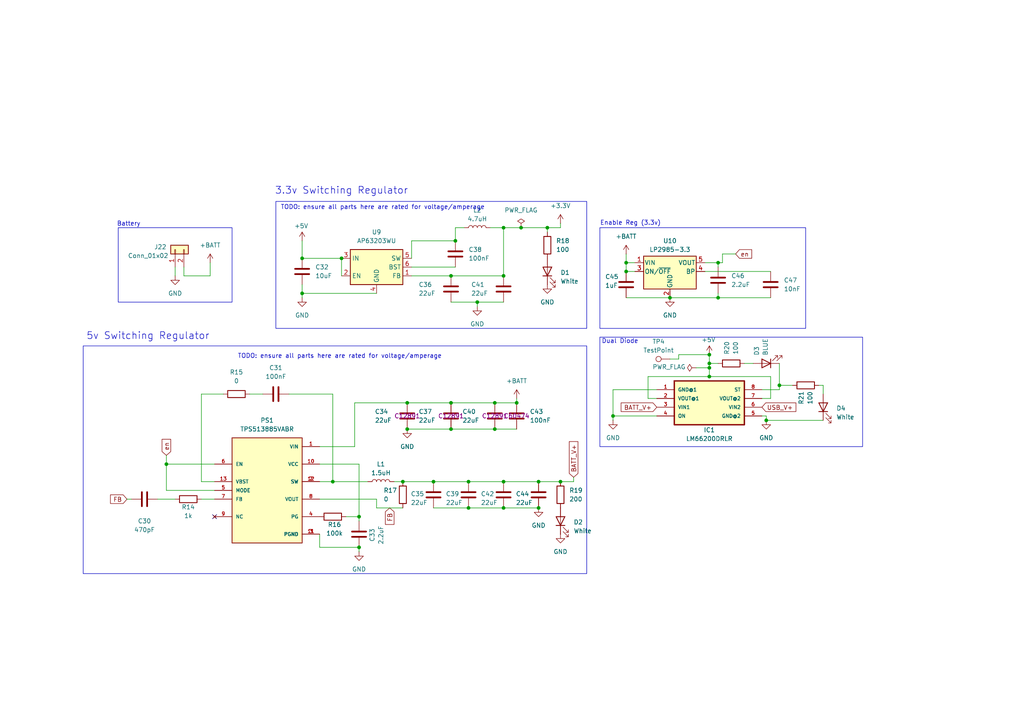
<source format=kicad_sch>
(kicad_sch (version 20250114) (generator "eeschema") (generator_version "9.0")
  (paper "A4")
  (lib_symbols
    (symbol "Connector:TestPoint" (pin_numbers (hide yes)) (pin_names (offset 0.762) (hide yes))
      (property "Reference" "TP" (at 0 6.858 0))
      (property "Value" "TestPoint" (at 0 5.08 0))
      (symbol "TestPoint_0_1"
        (circle (center 0 3.302) (radius 0.762))
      )
      (symbol "TestPoint_1_1"
        (pin passive line (at 0 0 90) (length 2.54) (name "1") (number "1"))
      )
    )
    (symbol "Connector_Generic:Conn_01x02" (pin_names (offset 1.016) (hide yes))
      (property "Reference" "J" (at 0 2.54 0))
      (property "Value" "Conn_01x02" (at 0 -5.08 0))
      (symbol "Conn_01x02_1_1"
        (rectangle (start -1.27 1.27) (end 1.27 -3.81) (stroke (width 0.254)) (fill (type background)))
        (rectangle (start -1.27 0.127) (end 0 -0.127) (stroke (width 0.1524)))
        (rectangle (start -1.27 -2.413) (end 0 -2.667) (stroke (width 0.1524)))
        (pin passive line (at -5.08 0 0) (length 3.81) (name "Pin_1") (number "1"))
        (pin passive line (at -5.08 -2.54 0) (length 3.81) (name "Pin_2") (number "2"))
      )
    )
    (symbol "Device:C" (pin_numbers (hide yes)) (pin_names (offset 0.254))
      (property "Reference" "C" (at 0.635 2.54 0))
      (property "Value" "C" (at 0.635 -2.54 0))
      (symbol "C_0_1"
        (polyline (pts (xy -2.032 0.762) (xy 2.032 0.762)) (stroke (width 0.508)))
        (polyline (pts (xy -2.032 -0.762) (xy 2.032 -0.762)) (stroke (width 0.508)))
      )
      (symbol "C_1_1"
        (pin passive line (at 0 3.81 270) (length 2.794) (name "~") (number "1"))
        (pin passive line (at 0 -3.81 90) (length 2.794) (name "~") (number "2"))
      )
    )
    (symbol "Device:L" (pin_numbers (hide yes)) (pin_names (offset 1.016) (hide yes))
      (property "Reference" "L" (at -1.27 0 90))
      (property "Value" "L" (at 1.905 0 90))
      (symbol "L_0_1"
        (arc (start 0 2.54) (mid 0.6323 1.905) (end 0 1.27))
        (arc (start 0 1.27) (mid 0.6323 0.635) (end 0 0))
        (arc (start 0 0) (mid 0.6323 -0.635) (end 0 -1.27))
        (arc (start 0 -1.27) (mid 0.6323 -1.905) (end 0 -2.54))
      )
      (symbol "L_1_1"
        (pin passive line (at 0 3.81 270) (length 1.27) (name "1") (number "1"))
        (pin passive line (at 0 -3.81 90) (length 1.27) (name "2") (number "2"))
      )
    )
    (symbol "Device:LED" (pin_numbers (hide yes)) (pin_names (offset 1.016) (hide yes))
      (property "Reference" "D" (at 0 2.54 0))
      (property "Value" "LED" (at 0 -2.54 0))
      (symbol "LED_0_1"
        (polyline (pts (xy -3.048 -0.762) (xy -4.572 -2.286) (xy -3.81 -2.286) (xy -4.572 -2.286) (xy -4.572 -1.524)))
        (polyline (pts (xy -1.778 -0.762) (xy -3.302 -2.286) (xy -2.54 -2.286) (xy -3.302 -2.286) (xy -3.302 -1.524)))
        (polyline (pts (xy -1.27 0) (xy 1.27 0)))
        (polyline (pts (xy -1.27 -1.27) (xy -1.27 1.27)) (stroke (width 0.254)))
        (polyline (pts (xy 1.27 -1.27) (xy 1.27 1.27) (xy -1.27 0) (xy 1.27 -1.27)) (stroke (width 0.254)))
      )
      (symbol "LED_1_1"
        (pin passive line (at -3.81 0 0) (length 2.54) (name "K") (number "1"))
        (pin passive line (at 3.81 0 180) (length 2.54) (name "A") (number "2"))
      )
    )
    (symbol "Device:R" (pin_numbers (hide yes)) (pin_names (offset 0))
      (property "Reference" "R" (at 2.032 0 90))
      (property "Value" "R" (at 0 0 90))
      (symbol "R_0_1"
        (rectangle (start -1.016 -2.54) (end 1.016 2.54) (stroke (width 0.254)))
      )
      (symbol "R_1_1"
        (pin passive line (at 0 3.81 270) (length 1.27) (name "~") (number "1"))
        (pin passive line (at 0 -3.81 90) (length 1.27) (name "~") (number "2"))
      )
    )
    (symbol "LM66200DRLR:LM66200DRLR" (pin_names (offset 1.016))
      (property "Reference" "IC" (at -10.16 8.255 0))
      (property "Value" "LM66200DRLR" (at -10.16 -7.62 0))
      (symbol "LM66200DRLR_0_0"
        (rectangle (start -10.16 -5.08) (end 10.16 7.62) (stroke (width 0.4064)) (fill (type background)))
        (pin passive line (at -15.24 5.08 0) (length 5.08) (name "GND@1") (number "1"))
        (pin passive line (at -15.24 2.54 0) (length 5.08) (name "VOUT@1") (number "2"))
        (pin passive line (at -15.24 0 0) (length 5.08) (name "VIN1") (number "3"))
        (pin passive line (at -15.24 -2.54 0) (length 5.08) (name "ON") (number "4"))
        (pin passive line (at 15.24 5.08 180) (length 5.08) (name "ST") (number "8"))
        (pin passive line (at 15.24 2.54 180) (length 5.08) (name "VOUT@2") (number "7"))
        (pin passive line (at 15.24 0 180) (length 5.08) (name "VIN2") (number "6"))
        (pin passive line (at 15.24 -2.54 180) (length 5.08) (name "GND@2") (number "5"))
      )
    )
    (symbol "Regulator_Linear:LP2985-3.3" (pin_names (offset 0.254))
      (property "Reference" "U" (at -6.35 5.715 0))
      (property "Value" "LP2985-3.3" (at 0 5.715 0))
      (symbol "LP2985-3.3_0_1"
        (rectangle (start -7.62 -5.08) (end 7.62 4.445) (stroke (width 0.254)) (fill (type background)))
      )
      (symbol "LP2985-3.3_1_1"
        (pin power_in line (at -10.16 2.54 0) (length 2.54) (name "VIN") (number "1"))
        (pin input line (at -10.16 0 0) (length 2.54) (name "ON/~{OFF}") (number "3"))
        (pin power_in line (at 0 -7.62 90) (length 2.54) (name "GND") (number "2"))
        (pin power_out line (at 10.16 2.54 180) (length 2.54) (name "VOUT") (number "5"))
        (pin input line (at 10.16 0 180) (length 2.54) (name "BP") (number "4"))
      )
    )
    (symbol "Regulator_Switching:AP63203WU"
      (property "Reference" "U" (at -7.62 6.35 0))
      (property "Value" "AP63203WU" (at 2.54 6.35 0))
      (symbol "AP63203WU_0_1"
        (rectangle (start -7.62 5.08) (end 7.62 -5.08) (stroke (width 0.254)) (fill (type background)))
      )
      (symbol "AP63203WU_1_1"
        (pin power_in line (at -10.16 2.54 0) (length 2.54) (name "IN") (number "3"))
        (pin input line (at -10.16 -2.54 0) (length 2.54) (name "EN") (number "2"))
        (pin power_in line (at 0 -7.62 90) (length 2.54) (name "GND") (number "4"))
        (pin output line (at 10.16 2.54 180) (length 2.54) (name "SW") (number "5"))
        (pin passive line (at 10.16 0 180) (length 2.54) (name "BST") (number "6"))
        (pin input line (at 10.16 -2.54 180) (length 2.54) (name "FB") (number "1"))
      )
    )
    (symbol "TPS513885VABR:TPS513885VABR" (pin_names (offset 1.016))
      (property "Reference" "PS" (at -10.16 16.002 0))
      (property "Value" "TPS513885VABR" (at -10.16 -17.78 0))
      (symbol "TPS513885VABR_0_0"
        (rectangle (start -10.16 -15.24) (end 10.16 15.24) (stroke (width 0.254)) (fill (type background)))
        (pin input line (at -15.24 7.62 0) (length 5.08) (name "EN") (number "6"))
        (pin input line (at -15.24 2.54 0) (length 5.08) (name "VBST") (number "13"))
        (pin input line (at -15.24 0 0) (length 5.08) (name "MODE") (number "5"))
        (pin input line (at -15.24 -2.54 0) (length 5.08) (name "FB") (number "7"))
        (pin no_connect line (at -15.24 -7.62 0) (length 5.08) (name "NC") (number "9"))
        (pin power_in line (at 15.24 12.7 180) (length 5.08) (name "VIN") (number "1"))
        (pin output line (at 15.24 7.62 180) (length 5.08) (name "VCC") (number "10"))
        (pin output line (at 15.24 2.54 180) (length 5.08) (name "SW") (number "12"))
        (pin output line (at 15.24 2.54 180) (length 5.08) (name "SW") (number "2"))
        (pin output line (at 15.24 -2.54 180) (length 5.08) (name "VOUT") (number "8"))
        (pin output line (at 15.24 -7.62 180) (length 5.08) (name "PG") (number "4"))
        (pin power_in line (at 15.24 -12.7 180) (length 5.08) (name "PGND") (number "11"))
        (pin power_in line (at 15.24 -12.7 180) (length 5.08) (name "PGND") (number "3"))
      )
    )
    (symbol "power:+3.3V" (power) (pin_numbers (hide yes)) (pin_names (offset 0) (hide yes))
      (property "Value" "+3.3V" (at 0 3.556 0))
      (symbol "+3.3V_0_1"
        (polyline (pts (xy -0.762 1.27) (xy 0 2.54)))
        (polyline (pts (xy 0 2.54) (xy 0.762 1.27)))
        (polyline (pts (xy 0 0) (xy 0 2.54)))
      )
      (symbol "+3.3V_1_1"
        (pin power_in line (at 0 0 90) (length 0) (name "~") (number "1"))
      )
    )
    (symbol "power:+5V" (power) (pin_numbers (hide yes)) (pin_names (offset 0) (hide yes))
      (property "Value" "+5V" (at 0 3.556 0))
      (symbol "+5V_0_1"
        (polyline (pts (xy -0.762 1.27) (xy 0 2.54)))
        (polyline (pts (xy 0 2.54) (xy 0.762 1.27)))
        (polyline (pts (xy 0 0) (xy 0 2.54)))
      )
      (symbol "+5V_1_1"
        (pin power_in line (at 0 0 90) (length 0) (name "~") (number "1"))
      )
    )
    (symbol "power:+BATT" (power) (pin_numbers (hide yes)) (pin_names (offset 0) (hide yes))
      (property "Value" "+BATT" (at 0 3.556 0))
      (symbol "+BATT_0_1"
        (polyline (pts (xy -0.762 1.27) (xy 0 2.54)))
        (polyline (pts (xy 0 2.54) (xy 0.762 1.27)))
        (polyline (pts (xy 0 0) (xy 0 2.54)))
      )
      (symbol "+BATT_1_1"
        (pin power_in line (at 0 0 90) (length 0) (name "~") (number "1"))
      )
    )
    (symbol "power:GND" (power) (pin_numbers (hide yes)) (pin_names (offset 0) (hide yes))
      (property "Value" "GND" (at 0 -3.81 0))
      (symbol "GND_0_1"
        (polyline (pts (xy 0 0) (xy 0 -1.27) (xy 1.27 -1.27) (xy 0 -2.54) (xy -1.27 -1.27) (xy 0 -1.27)))
      )
      (symbol "GND_1_1"
        (pin power_in line (at 0 0 270) (length 0) (name "~") (number "1"))
      )
    )
    (symbol "power:PWR_FLAG" (power) (pin_numbers (hide yes)) (pin_names (offset 0) (hide yes))
      (property "Value" "PWR_FLAG" (at 0 3.81 0))
      (symbol "PWR_FLAG_0_0"
        (pin power_out line (at 0 0 90) (length 0) (name "~") (number "1"))
      )
      (symbol "PWR_FLAG_0_1"
        (polyline (pts (xy 0 0) (xy 0 1.27) (xy -1.016 1.905) (xy 0 2.54) (xy 1.016 1.905) (xy 0 1.27)))
      )
    )
  )
  (rectangle (start 34.29 66.04) (end 67.31 87.63))
  (rectangle (start 173.99 66.04) (end 233.68 95.25))
  (rectangle (start 173.99 97.79) (end 250.19 129.54))
  (rectangle (start 24.13 100.33) (end 170.18 166.37))
  (rectangle (start 80.01 58.42) (end 170.18 95.25))
  (text "Battery" (at 37.338 65.024 0) (effects (font (size 1.27 1.27))))
  (text "TODO: ensure all parts here are rated for voltage/amperage" (at 110.998 60.198 0) (effects (font (size 1.27 1.27))))
  (text "Dual Diode" (at 179.832 99.06 0) (effects (font (size 1.27 1.27))))
  (text "TODO: ensure all parts here are rated for voltage/amperage" (at 98.552 103.378 0) (effects (font (size 1.27 1.27))))
  (text "3.3v Switching Regulator\n" (at 99.06 55.372 0) (effects (font (size 2.032 2.032))))
  (text "5v Switching Regulator" (at 42.926 97.536 0) (effects (font (size 2.032 2.032))))
  (text "Enable Reg (3.3v)" (at 182.88 64.77 0) (effects (font (size 1.27 1.27))))
  (junction (at 118.11 116.84))
  (junction (at 146.05 139.7))
  (junction (at 156.21 139.7))
  (junction (at 48.26 134.62))
  (junction (at 146.05 80.01))
  (junction (at 104.14 158.75))
  (junction (at 208.28 86.36))
  (junction (at 118.11 124.46))
  (junction (at 146.05 147.32))
  (junction (at 146.05 66.04))
  (junction (at 205.74 105.41))
  (junction (at 151.13 66.04))
  (junction (at 96.52 139.7))
  (junction (at 156.21 147.32))
  (junction (at 143.51 124.46))
  (junction (at 99.06 74.93))
  (junction (at 222.25 121.92))
  (junction (at 135.89 147.32))
  (junction (at 87.63 74.93))
  (junction (at 181.61 78.74))
  (junction (at 158.75 66.04))
  (junction (at 135.89 139.7))
  (junction (at 181.61 76.2))
  (junction (at 130.81 116.84))
  (junction (at 194.31 86.36))
  (junction (at 177.8 120.65))
  (junction (at 226.06 111.76))
  (junction (at 87.63 85.09))
  (junction (at 116.84 139.7))
  (junction (at 132.08 69.85))
  (junction (at 138.43 87.63))
  (junction (at 125.73 139.7))
  (junction (at 130.81 80.01))
  (junction (at 104.14 149.86))
  (junction (at 205.74 109.22))
  (junction (at 205.74 102.87))
  (junction (at 162.56 139.7))
  (junction (at 143.51 116.84))
  (junction (at 208.28 76.2))
  (junction (at 205.74 106.68))
  (junction (at 149.86 116.84))
  (junction (at 130.81 124.46))
  (no_connect (at 62.23 149.86))
  (wire (pts (xy 184.15 78.74) (xy 181.61 78.74)))
  (wire (pts (xy 99.06 74.93) (xy 99.06 80.01)))
  (wire (pts (xy 209.55 76.2) (xy 208.28 76.2)))
  (wire (pts (xy 181.61 73.66) (xy 181.61 76.2)))
  (wire (pts (xy 72.39 114.3) (xy 76.2 114.3)))
  (wire (pts (xy 146.05 80.01) (xy 146.05 66.04)))
  (wire (pts (xy 60.96 80.01) (xy 60.96 76.2)))
  (wire (pts (xy 92.71 154.94) (xy 92.71 158.75)))
  (wire (pts (xy 223.52 115.57) (xy 223.52 109.22)))
  (wire (pts (xy 102.87 116.84) (xy 118.11 116.84)))
  (wire (pts (xy 142.24 66.04) (xy 146.05 66.04)))
  (wire (pts (xy 162.56 64.77) (xy 162.56 66.04)))
  (wire (pts (xy 208.28 85.09) (xy 208.28 86.36)))
  (wire (pts (xy 58.42 144.78) (xy 62.23 144.78)))
  (wire (pts (xy 146.05 139.7) (xy 156.21 139.7)))
  (wire (pts (xy 104.14 149.86) (xy 104.14 151.13)))
  (wire (pts (xy 138.43 87.63) (xy 146.05 87.63)))
  (wire (pts (xy 118.11 116.84) (xy 130.81 116.84)))
  (wire (pts (xy 229.87 111.76) (xy 226.06 111.76)))
  (wire (pts (xy 116.84 139.7) (xy 125.73 139.7)))
  (wire (pts (xy 130.81 124.46) (xy 143.51 124.46)))
  (wire (pts (xy 201.93 106.68) (xy 205.74 106.68)))
  (wire (pts (xy 130.81 80.01) (xy 146.05 80.01)))
  (wire (pts (xy 119.38 80.01) (xy 130.81 80.01)))
  (wire (pts (xy 102.87 129.54) (xy 92.71 129.54)))
  (wire (pts (xy 45.72 144.78) (xy 50.8 144.78)))
  (wire (pts (xy 100.33 149.86) (xy 104.14 149.86)))
  (wire (pts (xy 196.85 102.87) (xy 205.74 102.87)))
  (wire (pts (xy 83.82 114.3) (xy 96.52 114.3)))
  (wire (pts (xy 208.28 86.36) (xy 194.31 86.36)))
  (wire (pts (xy 146.05 147.32) (xy 156.21 147.32)))
  (wire (pts (xy 177.8 120.65) (xy 190.5 120.65)))
  (wire (pts (xy 190.5 113.03) (xy 177.8 113.03)))
  (wire (pts (xy 190.5 115.57) (xy 187.96 115.57)))
  (wire (pts (xy 48.26 134.62) (xy 62.23 134.62)))
  (wire (pts (xy 166.37 138.43) (xy 166.37 139.7)))
  (wire (pts (xy 96.52 114.3) (xy 96.52 139.7)))
  (wire (pts (xy 87.63 74.93) (xy 87.63 69.85)))
  (wire (pts (xy 109.22 144.78) (xy 92.71 144.78)))
  (wire (pts (xy 104.14 134.62) (xy 104.14 149.86)))
  (wire (pts (xy 181.61 86.36) (xy 194.31 86.36)))
  (wire (pts (xy 104.14 160.02) (xy 104.14 158.75)))
  (wire (pts (xy 204.47 78.74) (xy 223.52 78.74)))
  (wire (pts (xy 181.61 78.74) (xy 181.61 76.2)))
  (wire (pts (xy 53.34 77.47) (xy 53.34 80.01)))
  (wire (pts (xy 102.87 116.84) (xy 102.87 129.54)))
  (wire (pts (xy 143.51 124.46) (xy 149.86 124.46)))
  (wire (pts (xy 143.51 116.84) (xy 149.86 116.84)))
  (wire (pts (xy 125.73 139.7) (xy 135.89 139.7)))
  (wire (pts (xy 92.71 139.7) (xy 96.52 139.7)))
  (wire (pts (xy 222.25 121.92) (xy 238.76 121.92)))
  (wire (pts (xy 109.22 147.32) (xy 109.22 144.78)))
  (wire (pts (xy 208.28 76.2) (xy 204.47 76.2)))
  (wire (pts (xy 205.74 109.22) (xy 205.74 106.68)))
  (wire (pts (xy 48.26 132.08) (xy 48.26 134.62)))
  (wire (pts (xy 158.75 66.04) (xy 162.56 66.04)))
  (wire (pts (xy 226.06 111.76) (xy 226.06 113.03)))
  (wire (pts (xy 226.06 113.03) (xy 220.98 113.03)))
  (wire (pts (xy 238.76 111.76) (xy 237.49 111.76)))
  (wire (pts (xy 205.74 102.87) (xy 205.74 105.41)))
  (wire (pts (xy 208.28 77.47) (xy 208.28 76.2)))
  (wire (pts (xy 87.63 82.55) (xy 87.63 85.09)))
  (wire (pts (xy 62.23 142.24) (xy 48.26 142.24)))
  (wire (pts (xy 149.86 115.57) (xy 149.86 116.84)))
  (wire (pts (xy 162.56 139.7) (xy 166.37 139.7)))
  (wire (pts (xy 50.8 80.01) (xy 50.8 77.47)))
  (wire (pts (xy 208.28 86.36) (xy 223.52 86.36)))
  (wire (pts (xy 96.52 139.7) (xy 106.68 139.7)))
  (wire (pts (xy 194.31 104.14) (xy 196.85 104.14)))
  (wire (pts (xy 132.08 66.04) (xy 132.08 69.85)))
  (wire (pts (xy 220.98 115.57) (xy 223.52 115.57)))
  (wire (pts (xy 92.71 158.75) (xy 104.14 158.75)))
  (wire (pts (xy 146.05 66.04) (xy 151.13 66.04)))
  (wire (pts (xy 209.55 73.66) (xy 209.55 76.2)))
  (wire (pts (xy 205.74 105.41) (xy 205.74 106.68)))
  (wire (pts (xy 156.21 139.7) (xy 162.56 139.7)))
  (wire (pts (xy 87.63 85.09) (xy 109.22 85.09)))
  (wire (pts (xy 215.9 105.41) (xy 218.44 105.41)))
  (wire (pts (xy 92.71 134.62) (xy 104.14 134.62)))
  (wire (pts (xy 119.38 69.85) (xy 132.08 69.85)))
  (wire (pts (xy 53.34 80.01) (xy 60.96 80.01)))
  (wire (pts (xy 181.61 76.2) (xy 184.15 76.2)))
  (wire (pts (xy 58.42 139.7) (xy 58.42 114.3)))
  (wire (pts (xy 87.63 86.36) (xy 87.63 85.09)))
  (wire (pts (xy 130.81 87.63) (xy 138.43 87.63)))
  (wire (pts (xy 196.85 104.14) (xy 196.85 102.87)))
  (wire (pts (xy 220.98 120.65) (xy 222.25 120.65)))
  (wire (pts (xy 177.8 113.03) (xy 177.8 120.65)))
  (wire (pts (xy 125.73 147.32) (xy 135.89 147.32)))
  (wire (pts (xy 36.83 144.78) (xy 38.1 144.78)))
  (wire (pts (xy 118.11 124.46) (xy 130.81 124.46)))
  (wire (pts (xy 135.89 139.7) (xy 146.05 139.7)))
  (wire (pts (xy 58.42 114.3) (xy 64.77 114.3)))
  (wire (pts (xy 226.06 105.41) (xy 226.06 111.76)))
  (wire (pts (xy 223.52 109.22) (xy 205.74 109.22)))
  (wire (pts (xy 138.43 87.63) (xy 138.43 88.9)))
  (wire (pts (xy 205.74 105.41) (xy 208.28 105.41)))
  (wire (pts (xy 130.81 116.84) (xy 143.51 116.84)))
  (wire (pts (xy 238.76 111.76) (xy 238.76 114.3)))
  (wire (pts (xy 109.22 147.32) (xy 116.84 147.32)))
  (wire (pts (xy 187.96 115.57) (xy 187.96 109.22)))
  (wire (pts (xy 177.8 120.65) (xy 177.8 121.92)))
  (wire (pts (xy 158.75 66.04) (xy 158.75 67.31)))
  (wire (pts (xy 48.26 142.24) (xy 48.26 134.62)))
  (wire (pts (xy 213.36 73.66) (xy 209.55 73.66)))
  (wire (pts (xy 151.13 66.04) (xy 158.75 66.04)))
  (wire (pts (xy 119.38 77.47) (xy 132.08 77.47)))
  (wire (pts (xy 62.23 139.7) (xy 58.42 139.7)))
  (wire (pts (xy 99.06 74.93) (xy 87.63 74.93)))
  (wire (pts (xy 134.62 66.04) (xy 132.08 66.04)))
  (wire (pts (xy 222.25 120.65) (xy 222.25 121.92)))
  (wire (pts (xy 187.96 109.22) (xy 205.74 109.22)))
  (wire (pts (xy 135.89 147.32) (xy 146.05 147.32)))
  (wire (pts (xy 114.3 139.7) (xy 116.84 139.7)))
  (wire (pts (xy 119.38 74.93) (xy 119.38 69.85)))
  (global_label "BATT_V+" (shape input) (at 166.37 138.43 90) (property "Intersheetrefs" "${INTERSHEET_REFS}" (effects (hide yes))))
  (global_label "BATT_V+" (shape input) (at 190.5 118.11 180) (property "Intersheetrefs" "${INTERSHEET_REFS}" (effects (hide yes))))
  (global_label "FB" (shape input) (at 113.03 147.32 270) (property "Intersheetrefs" "${INTERSHEET_REFS}" (effects (hide yes))))
  (global_label "FB" (shape input) (at 36.83 144.78 180) (property "Intersheetrefs" "${INTERSHEET_REFS}" (effects (hide yes))))
  (global_label "USB_V+" (shape input) (at 220.98 118.11 0) (property "Intersheetrefs" "${INTERSHEET_REFS}" (effects (hide yes))))
  (global_label "en" (shape input) (at 213.36 73.66 0) (property "Intersheetrefs" "${INTERSHEET_REFS}" (effects (hide yes))))
  (global_label "en" (shape input) (at 48.26 132.08 90) (property "Intersheetrefs" "${INTERSHEET_REFS}" (effects (hide yes))))
  (symbol (lib_id "power:+BATT") (at 149.86 115.57 0) (unit 1)
    (property "Reference" "#PWR085" (effects (hide yes)))
    (property "Value" "+BATT" (at 149.86 110.49 0))
    (property "Description" "Power symbol creates a global label with name \"+BATT\"" (effects (hide yes)))
  )
  (symbol (lib_id "Device:C") (at 135.89 143.51 0) (unit 1)
    (property "Reference" "C39" (at 129.286 143.256 0) (effects (justify left)))
    (property "Value" "22uF" (at 129.286 145.796 0) (effects (justify left)))
    (property "Footprint" "Capacitor_SMD:C_1206_3216Metric" (effects (hide yes)))
    (property "Description" "Unpolarized capacitor" (effects (hide yes)))
  )
  (symbol (lib_id "power:+3.3V") (at 162.56 64.77 0) (unit 1)
    (property "Reference" "#PWR088" (effects (hide yes)))
    (property "Value" "+3.3V" (at 162.56 59.69 0))
    (property "Description" "Power symbol creates a global label with name \"+3.3V\"" (effects (hide yes)))
  )
  (symbol (lib_id "power:+5V") (at 205.74 102.87 0) (unit 1)
    (property "Reference" "#PWR093" (effects (hide yes)))
    (property "Value" "+5V" (at 205.486 98.552 0))
    (property "Description" "Power symbol creates a global label with name \"+5V\"" (effects (hide yes)))
  )
  (symbol (lib_id "Device:C") (at 125.73 143.51 0) (unit 1)
    (property "Reference" "C35" (at 119.126 143.256 0) (effects (justify left)))
    (property "Value" "22uF" (at 119.126 145.796 0) (effects (justify left)))
    (property "Footprint" "Capacitor_SMD:C_1206_3216Metric" (effects (hide yes)))
    (property "Description" "Unpolarized capacitor" (effects (hide yes)))
  )
  (symbol (lib_id "Device:L") (at 138.43 66.04 90) (unit 1)
    (property "Reference" "L2" (at 138.43 60.96 90))
    (property "Value" "4.7uH" (at 138.43 63.5 90))
    (property "Footprint" "Inductor_SMD:L_Changjiang_FNR4030S" (effects (hide yes)))
    (property "Description" "Inductor" (effects (hide yes)))
    (property "JLC#" "C167874" (effects (hide yes)))
  )
  (symbol (lib_id "power:GND") (at 138.43 88.9 0) (unit 1)
    (property "Reference" "#PWR084" (effects (hide yes)))
    (property "Value" "GND" (at 138.43 93.98 0))
    (property "Description" "Power symbol creates a global label with name \"GND\" , ground" (effects (hide yes)))
  )
  (symbol (lib_id "Device:LED") (at 162.56 151.13 90) (unit 1)
    (property "Reference" "D2" (at 166.37 151.4474 90) (effects (justify right)))
    (property "Value" "White" (at 166.37 153.9874 90) (effects (justify right)))
    (property "Footprint" "LED_SMD:LED_0603_1608Metric" (effects (hide yes)))
    (property "Description" "Light emitting diode" (effects (hide yes)))
    (property "Sim.Pins" "1=K 2=A" (effects (hide yes)))
    (property "JLC#" "C965808" (effects (hide yes)))
  )
  (symbol (lib_id "Device:C") (at 146.05 143.51 0) (unit 1)
    (property "Reference" "C42" (at 139.446 143.256 0) (effects (justify left)))
    (property "Value" "22uF" (at 139.446 145.796 0) (effects (justify left)))
    (property "Footprint" "Capacitor_SMD:C_1206_3216Metric" (effects (hide yes)))
    (property "Description" "Unpolarized capacitor" (effects (hide yes)))
  )
  (symbol (lib_id "Device:C") (at 132.08 73.66 0) (unit 1)
    (property "Reference" "C38" (at 135.89 72.3899 0) (effects (justify left)))
    (property "Value" "100nF" (at 135.89 74.9299 0) (effects (justify left)))
    (property "Footprint" "Capacitor_SMD:C_0402_1005Metric" (effects (hide yes)))
    (property "Description" "Unpolarized capacitor" (effects (hide yes)))
  )
  (symbol (lib_id "Connector_Generic:Conn_01x02") (at 50.8 72.39 90) (unit 1)
    (property "Reference" "J22" (at 44.704 71.628 90) (effects (justify right)))
    (property "Value" "Conn_01x02" (at 37.084 74.168 90) (effects (justify right)))
    (property "Footprint" "Connector_AMASS:AMASS_XT30PW-M_1x02_P2.50mm_Horizontal" (effects (hide yes)))
    (property "Description" "Generic connector, single row, 01x02, script generated (kicad-library-utils/schlib/autogen/connector/)" (effects (hide yes)))
    (property "JLC#" "C431092" (effects (hide yes)))
  )
  (symbol (lib_id "power:PWR_FLAG") (at 151.13 66.04 0) (unit 1)
    (property "Reference" "#FLG02" (effects (hide yes)))
    (property "Value" "PWR_FLAG" (at 151.13 60.96 0))
    (property "Description" "Special symbol for telling ERC where power comes from" (effects (hide yes)))
  )
  (symbol (lib_id "Device:R") (at 158.75 71.12 0) (unit 1)
    (property "Reference" "R18" (at 161.29 69.8499 0) (effects (justify left)))
    (property "Value" "100" (at 161.29 72.3899 0) (effects (justify left)))
    (property "Footprint" "Resistor_SMD:R_0402_1005Metric" (effects (hide yes)))
    (property "Description" "Resistor" (effects (hide yes)))
  )
  (symbol (lib_id "Regulator_Linear:LP2985-3.3") (at 194.31 78.74 0) (unit 1)
    (property "Reference" "U10" (at 194.31 69.85 0))
    (property "Value" "LP2985-3.3" (at 194.31 72.39 0))
    (property "Footprint" "Package_TO_SOT_SMD:SOT-23-5" (effects (hide yes)))
    (property "Datasheet" "http://www.ti.com/lit/ds/symlink/lp2985.pdf" (effects (hide yes)))
    (property "Description" "150mA 16V Low-noise Low-dropout Regulator With Shutdown, 3.3V output voltage, SOT-23-5" (effects (hide yes)))
    (property "JLC#" "C95414" (effects (hide yes)))
  )
  (symbol (lib_id "Device:L") (at 110.49 139.7 90) (unit 1)
    (property "Reference" "L1" (at 110.49 134.62 90))
    (property "Value" "1.5uH" (at 110.49 137.16 90))
    (property "Footprint" "CYA0630-1.5UH:IND_CYA0630_SHH" (effects (hide yes)))
    (property "Datasheet" "FTC252012SR10MBCA" (effects (hide yes)))
    (property "Description" "Inductor" (effects (hide yes)))
    (property "JLC#" "C5189745 " (effects (hide yes)))
  )
  (symbol (lib_id "power:+5V") (at 87.63 69.85 0) (unit 1)
    (property "Reference" "#PWR080" (effects (hide yes)))
    (property "Value" "+5V" (at 87.376 65.532 0))
    (property "Description" "Power symbol creates a global label with name \"+5V\"" (effects (hide yes)))
  )
  (symbol (lib_id "Device:LED") (at 158.75 78.74 90) (unit 1)
    (property "Reference" "D1" (at 162.56 79.0574 90) (effects (justify right)))
    (property "Value" "White" (at 162.56 81.5974 90) (effects (justify right)))
    (property "Footprint" "LED_SMD:LED_0603_1608Metric" (effects (hide yes)))
    (property "Description" "Light emitting diode" (effects (hide yes)))
    (property "Sim.Pins" "1=K 2=A" (effects (hide yes)))
    (property "JLC#" "C965808" (effects (hide yes)))
  )
  (symbol (lib_id "power:GND") (at 50.8 80.01 0) (unit 1)
    (property "Reference" "#PWR079" (effects (hide yes)))
    (property "Value" "GND" (at 50.8 85.09 0))
    (property "Description" "Power symbol creates a global label with name \"GND\" , ground" (effects (hide yes)))
  )
  (symbol (lib_id "Device:C") (at 146.05 83.82 0) (unit 1)
    (property "Reference" "C41" (at 136.652 82.55 0) (effects (justify left)))
    (property "Value" "22uF" (at 136.652 85.09 0) (effects (justify left)))
    (property "Footprint" "Capacitor_SMD:C_1206_3216Metric" (effects (hide yes)))
    (property "Description" "Unpolarized capacitor" (effects (hide yes)))
  )
  (symbol (lib_id "Device:C") (at 130.81 120.65 0) (unit 1)
    (property "Reference" "C37" (at 121.412 119.38 0) (effects (justify left)))
    (property "Value" "22uF" (at 121.412 121.92 0) (effects (justify left)))
    (property "Footprint" "Capacitor_SMD:C_1206_3216Metric" (effects (hide yes)))
    (property "Description" "Unpolarized capacitor" (effects (hide yes)))
    (property "JLC#" "C12891" (at 130.81 120.65 0))
  )
  (symbol (lib_id "Device:C") (at 208.28 81.28 0) (unit 1)
    (property "Reference" "C46" (at 212.09 80.0099 0) (effects (justify left)))
    (property "Value" "2.2uF" (at 212.09 82.5499 0) (effects (justify left)))
    (property "Footprint" "Capacitor_SMD:C_0402_1005Metric" (effects (hide yes)))
    (property "Description" "Unpolarized capacitor" (effects (hide yes)))
  )
  (symbol (lib_id "Device:R") (at 162.56 143.51 0) (unit 1)
    (property "Reference" "R19" (at 165.1 142.2399 0) (effects (justify left)))
    (property "Value" "200" (at 165.1 144.7799 0) (effects (justify left)))
    (property "Footprint" "Resistor_SMD:R_0402_1005Metric" (effects (hide yes)))
    (property "Description" "Resistor" (effects (hide yes)))
  )
  (symbol (lib_id "power:GND") (at 118.11 124.46 0) (unit 1)
    (property "Reference" "#PWR083" (effects (hide yes)))
    (property "Value" "GND" (at 118.11 129.54 0))
    (property "Description" "Power symbol creates a global label with name \"GND\" , ground" (effects (hide yes)))
  )
  (symbol (lib_id "Device:C") (at 130.81 83.82 0) (unit 1)
    (property "Reference" "C36" (at 121.412 82.55 0) (effects (justify left)))
    (property "Value" "22uF" (at 121.412 85.09 0) (effects (justify left)))
    (property "Footprint" "Capacitor_SMD:C_1206_3216Metric" (effects (hide yes)))
    (property "Description" "Unpolarized capacitor" (effects (hide yes)))
  )
  (symbol (lib_id "power:PWR_FLAG") (at 201.93 106.68 90) (unit 1)
    (property "Reference" "#FLG03" (effects (hide yes)))
    (property "Value" "PWR_FLAG" (at 198.882 106.426 90) (effects (justify left)))
    (property "Description" "Special symbol for telling ERC where power comes from" (effects (hide yes)))
  )
  (symbol (lib_id "Device:R") (at 54.61 144.78 90) (unit 1)
    (property "Reference" "R14" (at 54.61 147.066 90))
    (property "Value" "1k" (at 54.61 149.606 90))
    (property "Footprint" "Resistor_SMD:R_0402_1005Metric" (effects (hide yes)))
    (property "Description" "Resistor" (effects (hide yes)))
  )
  (symbol (lib_id "power:+BATT") (at 60.96 76.2 0) (unit 1)
    (property "Reference" "#PWR078" (effects (hide yes)))
    (property "Value" "+BATT" (at 60.96 71.12 0))
    (property "Description" "Power symbol creates a global label with name \"+BATT\"" (effects (hide yes)))
  )
  (symbol (lib_id "Device:C") (at 41.91 144.78 90) (unit 1)
    (property "Reference" "C30" (at 41.91 151.13 90))
    (property "Value" "470pF" (at 41.91 153.67 90))
    (property "Footprint" "Capacitor_SMD:C_0402_1005Metric" (effects (hide yes)))
    (property "Description" "Unpolarized capacitor" (effects (hide yes)))
  )
  (symbol (lib_id "TPS513885VABR:TPS513885VABR") (at 77.47 142.24 0) (unit 1)
    (property "Reference" "PS1" (at 77.47 121.92 0))
    (property "Value" "TPS513885VABR" (at 77.47 124.46 0))
    (property "Footprint" "TPS513885VABR:CONV_TPS513885VABR" (effects (hide yes)))
    (property "MF" "Texas Instruments" (effects (hide yes)))
    (property "SNAPEDA_PACKAGE_ID" "127449" (effects (hide yes)))
    (property "Package" "PowerVFQFN-13 Texas Instruments" (effects (hide yes)))
    (property "Price" "None" (effects (hide yes)))
    (property "Check_prices" "https://www.snapeda.com/parts/TPS513885VABR/Texas+Instruments/view-part/?ref=eda" (effects (hide yes)))
    (property "STANDARD" "Manufacturer Recommendations" (effects (hide yes)))
    (property "PARTREV" "B" (effects (hide yes)))
    (property "SnapEDA_Link" "https://www.snapeda.com/parts/TPS513885VABR/Texas+Instruments/view-part/?ref=snap" (effects (hide yes)))
    (property "MP" "TPS513885VABR" (effects (hide yes)))
    (property "Description_1" "Buck Switching Regulator IC Positive Fixed 5.15V 1 Output 12A 13-PowerVFQFN" (effects (hide yes)))
    (property "MANUFACTURER" "Texas Instruments" (effects (hide yes)))
    (property "Availability" "In Stock" (effects (hide yes)))
    (property "MAXIMUM_PACKAGE_HEIGHT" "1.00mm" (effects (hide yes)))
    (property "JLC#" "C41935536" (effects (hide yes)))
  )
  (symbol (lib_id "power:GND") (at 104.14 160.02 0) (unit 1)
    (property "Reference" "#PWR082" (effects (hide yes)))
    (property "Value" "GND" (at 104.14 165.1 0))
    (property "Description" "Power symbol creates a global label with name \"GND\" , ground" (effects (hide yes)))
  )
  (symbol (lib_id "Device:R") (at 96.52 149.86 90) (unit 1)
    (property "Reference" "R16" (at 97.028 152.146 90))
    (property "Value" "100k" (at 97.028 154.686 90))
    (property "Footprint" "Resistor_SMD:R_0603_1608Metric" (effects (hide yes)))
    (property "Description" "Resistor" (effects (hide yes)))
  )
  (symbol (lib_id "Device:C") (at 143.51 120.65 0) (unit 1)
    (property "Reference" "C40" (at 134.112 119.38 0) (effects (justify left)))
    (property "Value" "22uF" (at 134.112 121.92 0) (effects (justify left)))
    (property "Footprint" "Capacitor_SMD:C_1206_3216Metric" (effects (hide yes)))
    (property "Description" "Unpolarized capacitor" (effects (hide yes)))
    (property "JLC#" "C12891" (at 143.51 120.65 0))
  )
  (symbol (lib_id "Device:LED") (at 238.76 118.11 90) (unit 1)
    (property "Reference" "D4" (at 242.57 118.4274 90) (effects (justify right)))
    (property "Value" "White" (at 242.57 120.9674 90) (effects (justify right)))
    (property "Footprint" "LED_SMD:LED_0603_1608Metric" (effects (hide yes)))
    (property "Description" "Light emitting diode" (effects (hide yes)))
    (property "Sim.Pins" "1=K 2=A" (effects (hide yes)))
    (property "JLC#" "C965808" (effects (hide yes)))
  )
  (symbol (lib_id "Device:C") (at 118.11 120.65 0) (unit 1)
    (property "Reference" "C34" (at 108.712 119.38 0) (effects (justify left)))
    (property "Value" "22uF" (at 108.712 121.92 0) (effects (justify left)))
    (property "Footprint" "Capacitor_SMD:C_1206_3216Metric" (effects (hide yes)))
    (property "Description" "Unpolarized capacitor" (effects (hide yes)))
    (property "JLC#" "C12891" (at 118.11 120.65 0))
  )
  (symbol (lib_id "Regulator_Switching:AP63203WU") (at 109.22 77.47 0) (unit 1)
    (property "Reference" "U9" (at 109.22 67.31 0))
    (property "Value" "AP63203WU" (at 109.22 69.85 0))
    (property "Footprint" "Package_TO_SOT_SMD:TSOT-23-6" (effects (hide yes)))
    (property "Datasheet" "https://www.diodes.com/assets/Datasheets/AP63200-AP63201-AP63203-AP63205.pdf" (effects (hide yes)))
    (property "Description" "2A, 1.1MHz Buck DC/DC Converter, fixed 3.3V output voltage, TSOT-23-6" (effects (hide yes)))
    (property "JLC#" "C780769" (effects (hide yes)))
  )
  (symbol (lib_id "power:GND") (at 156.21 147.32 0) (unit 1)
    (property "Reference" "#PWR086" (effects (hide yes)))
    (property "Value" "GND" (at 156.21 152.4 0))
    (property "Description" "Power symbol creates a global label with name \"GND\" , ground" (effects (hide yes)))
  )
  (symbol (lib_id "Device:R") (at 116.84 143.51 0) (unit 1)
    (property "Reference" "R17" (at 111.252 142.24 0) (effects (justify left)))
    (property "Value" "0" (at 111.252 144.78 0) (effects (justify left)))
    (property "Footprint" "Resistor_SMD:R_0402_1005Metric" (effects (hide yes)))
    (property "Description" "Resistor" (effects (hide yes)))
  )
  (symbol (lib_id "power:GND") (at 177.8 121.92 0) (unit 1)
    (property "Reference" "#PWR090" (effects (hide yes)))
    (property "Value" "GND" (at 177.8 127 0))
    (property "Description" "Power symbol creates a global label with name \"GND\" , ground" (effects (hide yes)))
  )
  (symbol (lib_id "Connector:TestPoint") (at 194.31 104.14 90) (unit 1)
    (property "Reference" "TP4" (at 191.008 99.06 90))
    (property "Value" "TestPoint" (at 191.008 101.6 90))
    (property "Footprint" "TestPoint:TestPoint_Pad_D1.0mm" (effects (hide yes)))
    (property "Description" "test point" (effects (hide yes)))
  )
  (symbol (lib_id "Device:C") (at 156.21 143.51 0) (unit 1)
    (property "Reference" "C44" (at 149.606 143.256 0) (effects (justify left)))
    (property "Value" "22uF" (at 149.606 145.796 0) (effects (justify left)))
    (property "Footprint" "Capacitor_SMD:C_1206_3216Metric" (effects (hide yes)))
    (property "Description" "Unpolarized capacitor" (effects (hide yes)))
  )
  (symbol (lib_id "power:+BATT") (at 181.61 73.66 0) (unit 1)
    (property "Reference" "#PWR091" (effects (hide yes)))
    (property "Value" "+BATT" (at 181.61 68.58 0))
    (property "Description" "Power symbol creates a global label with name \"+BATT\"" (effects (hide yes)))
  )
  (symbol (lib_id "Device:C") (at 149.86 120.65 0) (unit 1)
    (property "Reference" "C43" (at 153.67 119.3799 0) (effects (justify left)))
    (property "Value" "100nF" (at 153.67 121.9199 0) (effects (justify left)))
    (property "Footprint" "Capacitor_SMD:C_0402_1005Metric" (effects (hide yes)))
    (property "Description" "Unpolarized capacitor" (effects (hide yes)))
    (property "JLC#" "C60474" (at 149.86 120.65 0))
  )
  (symbol (lib_id "Device:C") (at 181.61 82.55 0) (unit 1)
    (property "Reference" "C45" (at 175.514 80.264 0) (effects (justify left)))
    (property "Value" "1uF" (at 175.514 82.804 0) (effects (justify left)))
    (property "Footprint" "Capacitor_SMD:C_0402_1005Metric" (effects (hide yes)))
    (property "Description" "Unpolarized capacitor" (effects (hide yes)))
  )
  (symbol (lib_id "Device:C") (at 87.63 78.74 0) (unit 1)
    (property "Reference" "C32" (at 91.44 77.4699 0) (effects (justify left)))
    (property "Value" "10uF" (at 91.44 80.0099 0) (effects (justify left)))
    (property "Footprint" "Capacitor_SMD:C_0805_2012Metric" (effects (hide yes)))
    (property "Description" "Unpolarized capacitor" (effects (hide yes)))
  )
  (symbol (lib_id "power:GND") (at 158.75 82.55 0) (unit 1)
    (property "Reference" "#PWR087" (effects (hide yes)))
    (property "Value" "GND" (at 158.75 87.63 0))
    (property "Description" "Power symbol creates a global label with name \"GND\" , ground" (effects (hide yes)))
  )
  (symbol (lib_id "Device:R") (at 212.09 105.41 90) (unit 1)
    (property "Reference" "R20" (at 210.8199 102.87 0) (effects (justify left)))
    (property "Value" "100" (at 213.3599 102.87 0) (effects (justify left)))
    (property "Footprint" "Resistor_SMD:R_0402_1005Metric" (effects (hide yes)))
    (property "Description" "Resistor" (effects (hide yes)))
  )
  (symbol (lib_id "power:GND") (at 222.25 121.92 0) (unit 1)
    (property "Reference" "#PWR094" (effects (hide yes)))
    (property "Value" "GND" (at 222.25 127 0))
    (property "Description" "Power symbol creates a global label with name \"GND\" , ground" (effects (hide yes)))
  )
  (symbol (lib_id "Device:LED") (at 222.25 105.41 180) (unit 1)
    (property "Reference" "D3" (at 219.456 103.124 90) (effects (justify right)))
    (property "Value" "BLUE" (at 221.996 103.124 90) (effects (justify right)))
    (property "Footprint" "LED_SMD:LED_0603_1608Metric" (effects (hide yes)))
    (property "Description" "Light emitting diode" (effects (hide yes)))
    (property "Sim.Pins" "1=K 2=A" (effects (hide yes)))
    (property "JLC#" "C965807" (effects (hide yes)))
  )
  (symbol (lib_id "Device:R") (at 68.58 114.3 270) (unit 1)
    (property "Reference" "R15" (at 68.58 107.95 90))
    (property "Value" "0" (at 68.58 110.49 90))
    (property "Footprint" "Resistor_SMD:R_0402_1005Metric" (effects (hide yes)))
    (property "Description" "Resistor" (effects (hide yes)))
  )
  (symbol (lib_id "Device:C") (at 223.52 82.55 0) (unit 1)
    (property "Reference" "C47" (at 227.33 81.2799 0) (effects (justify left)))
    (property "Value" "10nF" (at 227.33 83.8199 0) (effects (justify left)))
    (property "Footprint" "Capacitor_SMD:C_0402_1005Metric" (effects (hide yes)))
    (property "Description" "Unpolarized capacitor" (effects (hide yes)))
  )
  (symbol (lib_id "power:GND") (at 194.31 86.36 0) (unit 1)
    (property "Reference" "#PWR092" (effects (hide yes)))
    (property "Value" "GND" (at 194.31 91.44 0))
    (property "Description" "Power symbol creates a global label with name \"GND\" , ground" (effects (hide yes)))
  )
  (symbol (lib_id "Device:C") (at 80.01 114.3 90) (unit 1)
    (property "Reference" "C31" (at 80.01 106.68 90))
    (property "Value" "100nF" (at 80.01 109.22 90))
    (property "Footprint" "Capacitor_SMD:C_0402_1005Metric" (effects (hide yes)))
    (property "Description" "Unpolarized capacitor" (effects (hide yes)))
  )
  (symbol (lib_id "power:GND") (at 162.56 154.94 0) (unit 1)
    (property "Reference" "#PWR089" (effects (hide yes)))
    (property "Value" "GND" (at 162.56 160.02 0))
    (property "Description" "Power symbol creates a global label with name \"GND\" , ground" (effects (hide yes)))
  )
  (symbol (lib_id "Device:C") (at 104.14 154.94 180) (unit 1)
    (property "Reference" "C33" (at 107.95 155.194 90))
    (property "Value" "2.2uF" (at 110.49 155.194 90))
    (property "Footprint" "Capacitor_SMD:C_0603_1608Metric" (effects (hide yes)))
    (property "Description" "Unpolarized capacitor" (effects (hide yes)))
  )
  (symbol (lib_id "power:GND") (at 87.63 86.36 0) (unit 1)
    (property "Reference" "#PWR081" (effects (hide yes)))
    (property "Value" "GND" (at 87.63 91.44 0))
    (property "Description" "Power symbol creates a global label with name \"GND\" , ground" (effects (hide yes)))
  )
  (symbol (lib_id "Device:R") (at 233.68 111.76 90) (unit 1)
    (property "Reference" "R21" (at 232.41 117.348 0) (effects (justify left)))
    (property "Value" "100" (at 234.95 117.348 0) (effects (justify left)))
    (property "Footprint" "Resistor_SMD:R_0402_1005Metric" (effects (hide yes)))
    (property "Description" "Resistor" (effects (hide yes)))
  )
  (symbol (lib_id "LM66200DRLR:LM66200DRLR") (at 205.74 118.11 0) (unit 1)
    (property "Reference" "IC1" (at 205.74 124.714 0))
    (property "Value" "LM66200DRLR" (at 205.74 127.254 0))
    (property "Footprint" "LM66200DRLR:SOT8" (effects (hide yes)))
    (property "MF" "Texas Instruments" (effects (hide yes)))
    (property "Description_1" "1.6-V to 5.5-V, 40-mΩ, 2.5-A, low-IQ, dual ideal diode" (effects (hide yes)))
    (property "Package" "None" (effects (hide yes)))
    (property "Price" "None" (effects (hide yes)))
    (property "SnapEDA_Link" "https://www.snapeda.com/parts/LM66200DRLR/Texas+Instruments/view-part/?ref=snap" (effects (hide yes)))
    (property "MP" "LM66200DRLR" (effects (hide yes)))
    (property "Availability" "In Stock" (effects (hide yes)))
    (property "Check_prices" "https://www.snapeda.com/parts/LM66200DRLR/Texas+Instruments/view-part/?ref=eda" (effects (hide yes)))
    (property "JLC#" "C3235556" (effects (hide yes)))
  )
)
</source>
